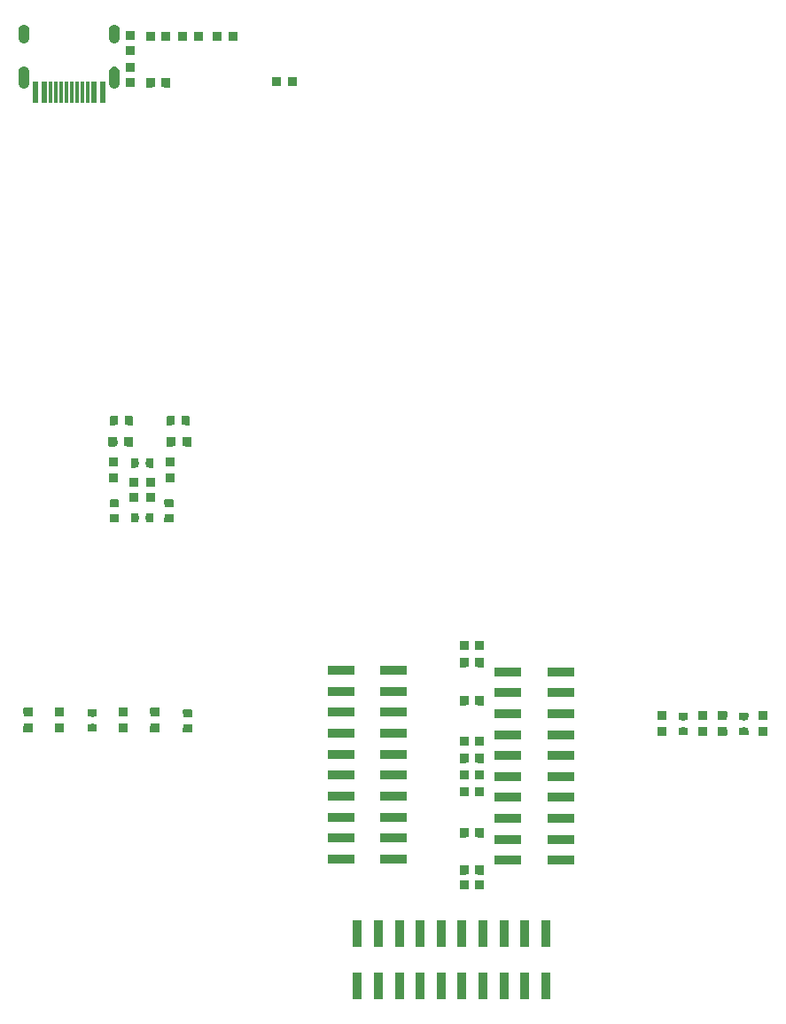
<source format=gbp>
G04*
G04 #@! TF.GenerationSoftware,Altium Limited,Altium Designer,20.2.5 (213)*
G04*
G04 Layer_Color=128*
%FSLAX24Y24*%
%MOIN*%
G70*
G04*
G04 #@! TF.SameCoordinates,94A92F66-6131-4E5E-9460-D235825817E1*
G04*
G04*
G04 #@! TF.FilePolarity,Positive*
G04*
G01*
G75*
%ADD19R,0.0340X0.0318*%
%ADD22R,0.0315X0.0354*%
%ADD23R,0.0318X0.0340*%
%ADD29R,0.0354X0.0315*%
%ADD132R,0.0320X0.0320*%
%ADD133R,0.0236X0.0800*%
%ADD134R,0.0118X0.0800*%
%ADD135R,0.1000X0.0350*%
%ADD136R,0.0350X0.1000*%
G36*
X26320Y49030D02*
Y48832D01*
X26204Y48724D01*
X26096D01*
X25980Y48832D01*
Y49030D01*
X26005Y49055D01*
X26295D01*
X26320Y49030D01*
D02*
G37*
G36*
X27655Y48995D02*
Y48705D01*
X27630Y48680D01*
X27432D01*
X27324Y48796D01*
Y48904D01*
X27432Y49020D01*
X27630D01*
X27655Y48995D01*
D02*
G37*
G36*
X27076Y48904D02*
Y48796D01*
X26968Y48680D01*
X26770D01*
X26745Y48705D01*
Y48995D01*
X26770Y49020D01*
X26968D01*
X27076Y48904D01*
D02*
G37*
G36*
X25661Y49260D02*
X25717Y49206D01*
X25747Y49135D01*
X25748Y49096D01*
Y48781D01*
X25747Y48743D01*
X25717Y48672D01*
X25661Y48617D01*
X25590Y48588D01*
X25512D01*
X25441Y48617D01*
X25386Y48672D01*
X25355Y48743D01*
X25354Y48781D01*
X25354Y49096D01*
X25354Y49096D01*
X25355Y49135D01*
X25386Y49206D01*
X25441Y49260D01*
X25512Y49290D01*
X25590D01*
X25661Y49260D01*
D02*
G37*
G36*
X22260Y49261D02*
X22315Y49206D01*
X22346Y49135D01*
X22346Y49096D01*
Y48781D01*
X22346Y48743D01*
X22315Y48671D01*
X22260Y48617D01*
X22188Y48587D01*
X22111D01*
X22039Y48617D01*
X21984Y48671D01*
X21953Y48743D01*
X21953Y48781D01*
X21953Y49096D01*
X21953Y49096D01*
X21953Y49135D01*
X21984Y49206D01*
X22039Y49261D01*
X22111Y49290D01*
X22188D01*
X22260Y49261D01*
D02*
G37*
G36*
X26320Y48368D02*
Y48170D01*
X26295Y48145D01*
X26005D01*
X25980Y48170D01*
Y48368D01*
X26096Y48476D01*
X26204D01*
X26320Y48368D01*
D02*
G37*
G36*
Y47830D02*
Y47632D01*
X26204Y47524D01*
X26096D01*
X25980Y47632D01*
Y47830D01*
X26005Y47855D01*
X26295D01*
X26320Y47830D01*
D02*
G37*
G36*
X32400Y47294D02*
Y47005D01*
X32375Y46980D01*
X32177D01*
X32069Y47095D01*
Y47204D01*
X32177Y47320D01*
X32375D01*
X32400Y47294D01*
D02*
G37*
G36*
X31821Y47204D02*
Y47095D01*
X31713Y46980D01*
X31515D01*
X31490Y47005D01*
Y47294D01*
X31515Y47320D01*
X31713D01*
X31821Y47204D01*
D02*
G37*
G36*
X26320Y47168D02*
Y46970D01*
X26295Y46945D01*
X26005D01*
X25980Y46970D01*
Y47168D01*
X26096Y47276D01*
X26204D01*
X26320Y47168D01*
D02*
G37*
G36*
X27655Y47245D02*
Y46955D01*
X27630Y46930D01*
X27432D01*
X27324Y47046D01*
Y47154D01*
X27432Y47270D01*
X27630D01*
X27655Y47245D01*
D02*
G37*
G36*
X27076Y47154D02*
Y47046D01*
X26968Y46930D01*
X26770D01*
X26745Y46955D01*
Y47245D01*
X26770Y47270D01*
X26968D01*
X27076Y47154D01*
D02*
G37*
G36*
X25661Y47686D02*
X25717Y47631D01*
X25747Y47560D01*
X25748Y47522D01*
Y47089D01*
X25747Y47050D01*
X25717Y46979D01*
X25661Y46924D01*
X25590Y46895D01*
X25512D01*
X25441Y46924D01*
X25386Y46979D01*
X25355Y47050D01*
X25354Y47089D01*
X25354Y47522D01*
X25354Y47522D01*
X25355Y47560D01*
X25386Y47631D01*
X25441Y47686D01*
X25512Y47715D01*
X25590D01*
X25661Y47686D01*
D02*
G37*
G36*
X22261Y47688D02*
X22317Y47633D01*
X22346Y47561D01*
Y47522D01*
Y47089D01*
Y47049D01*
X22317Y46977D01*
X22261Y46922D01*
X22189Y46892D01*
X22110D01*
X22038Y46922D01*
X21983Y46977D01*
X21953Y47049D01*
Y47089D01*
Y47522D01*
Y47561D01*
X21983Y47633D01*
X22038Y47688D01*
X22110Y47718D01*
X22189D01*
X22261Y47688D01*
D02*
G37*
G36*
X28374Y34545D02*
Y34255D01*
X28349Y34230D01*
X28233D01*
X28074Y34346D01*
Y34454D01*
X28233Y34570D01*
X28349D01*
X28374Y34545D01*
D02*
G37*
G36*
X27826Y34454D02*
Y34346D01*
X27667Y34230D01*
X27551D01*
X27526Y34255D01*
Y34545D01*
X27551Y34570D01*
X27667D01*
X27826Y34454D01*
D02*
G37*
G36*
X26240Y34545D02*
Y34255D01*
X26215Y34230D01*
X26098D01*
X25940Y34346D01*
Y34454D01*
X26098Y34570D01*
X26215D01*
X26240Y34545D01*
D02*
G37*
G36*
X25692Y34454D02*
Y34346D01*
X25533Y34230D01*
X25416D01*
X25391Y34255D01*
Y34545D01*
X25416Y34570D01*
X25533D01*
X25692Y34454D01*
D02*
G37*
G36*
X28433Y33745D02*
Y33455D01*
X28408Y33430D01*
X28210D01*
X28102Y33546D01*
Y33654D01*
X28210Y33770D01*
X28408D01*
X28433Y33745D01*
D02*
G37*
G36*
X27854Y33654D02*
Y33546D01*
X27746Y33430D01*
X27548D01*
X27523Y33455D01*
Y33745D01*
X27548Y33770D01*
X27746D01*
X27854Y33654D01*
D02*
G37*
G36*
X26249Y33745D02*
Y33455D01*
X26224Y33430D01*
X26026D01*
X25918Y33546D01*
Y33654D01*
X26026Y33770D01*
X26224D01*
X26249Y33745D01*
D02*
G37*
G36*
X25670Y33654D02*
Y33546D01*
X25562Y33430D01*
X25364D01*
X25338Y33455D01*
Y33745D01*
X25364Y33770D01*
X25562D01*
X25670Y33654D01*
D02*
G37*
G36*
X27810Y32984D02*
Y32786D01*
X27694Y32678D01*
X27585D01*
X27469Y32786D01*
Y32984D01*
X27495Y33010D01*
X27784D01*
X27810Y32984D01*
D02*
G37*
G36*
X25678D02*
Y32786D01*
X25563Y32678D01*
X25454D01*
X25338Y32786D01*
Y32984D01*
X25364Y33010D01*
X25653D01*
X25678Y32984D01*
D02*
G37*
G36*
X27024Y32945D02*
Y32655D01*
X26999Y32630D01*
X26883D01*
X26724Y32746D01*
Y32854D01*
X26883Y32970D01*
X26999D01*
X27024Y32945D01*
D02*
G37*
G36*
X26476Y32854D02*
Y32746D01*
X26317Y32630D01*
X26201D01*
X26176Y32655D01*
Y32945D01*
X26201Y32970D01*
X26317D01*
X26476Y32854D01*
D02*
G37*
G36*
X27810Y32322D02*
Y32124D01*
X27784Y32099D01*
X27495D01*
X27469Y32124D01*
Y32322D01*
X27585Y32430D01*
X27694D01*
X27810Y32322D01*
D02*
G37*
G36*
X25678D02*
Y32124D01*
X25653Y32099D01*
X25364D01*
X25338Y32124D01*
Y32322D01*
X25454Y32430D01*
X25563D01*
X25678Y32322D01*
D02*
G37*
G36*
X27077Y32230D02*
Y32032D01*
X26962Y31924D01*
X26853D01*
X26737Y32032D01*
Y32230D01*
X26762Y32255D01*
X27052D01*
X27077Y32230D01*
D02*
G37*
G36*
X26457D02*
Y32032D01*
X26341Y31924D01*
X26232D01*
X26117Y32032D01*
Y32230D01*
X26142Y32255D01*
X26432D01*
X26457Y32230D01*
D02*
G37*
G36*
X27077Y31568D02*
Y31370D01*
X27052Y31345D01*
X26762D01*
X26737Y31370D01*
Y31568D01*
X26853Y31676D01*
X26962D01*
X27077Y31568D01*
D02*
G37*
G36*
X26457D02*
Y31370D01*
X26432Y31345D01*
X26142D01*
X26117Y31370D01*
Y31568D01*
X26232Y31676D01*
X26341D01*
X26457Y31568D01*
D02*
G37*
G36*
X27770Y31415D02*
Y31298D01*
X27654Y31140D01*
X27546D01*
X27430Y31298D01*
Y31415D01*
X27455Y31440D01*
X27745D01*
X27770Y31415D01*
D02*
G37*
G36*
X25720D02*
Y31298D01*
X25604Y31140D01*
X25496D01*
X25380Y31298D01*
Y31415D01*
X25405Y31440D01*
X25695D01*
X25720Y31415D01*
D02*
G37*
G36*
X27770Y30733D02*
Y30616D01*
X27745Y30591D01*
X27455D01*
X27430Y30616D01*
Y30733D01*
X27546Y30892D01*
X27654D01*
X27770Y30733D01*
D02*
G37*
G36*
X25720D02*
Y30616D01*
X25695Y30591D01*
X25405D01*
X25380Y30616D01*
Y30733D01*
X25496Y30892D01*
X25604D01*
X25720Y30733D01*
D02*
G37*
G36*
X27024Y30895D02*
Y30605D01*
X26999Y30580D01*
X26883D01*
X26724Y30696D01*
Y30804D01*
X26883Y30920D01*
X26999D01*
X27024Y30895D01*
D02*
G37*
G36*
X26476Y30804D02*
Y30696D01*
X26317Y30580D01*
X26201D01*
X26176Y30605D01*
Y30895D01*
X26201Y30920D01*
X26317D01*
X26476Y30804D01*
D02*
G37*
G36*
X39455Y26095D02*
Y25805D01*
X39430Y25780D01*
X39232D01*
X39124Y25896D01*
Y26004D01*
X39232Y26120D01*
X39430D01*
X39455Y26095D01*
D02*
G37*
G36*
X38876Y26004D02*
Y25896D01*
X38768Y25780D01*
X38570D01*
X38545Y25805D01*
Y26095D01*
X38570Y26120D01*
X38768D01*
X38876Y26004D01*
D02*
G37*
G36*
X39455Y25445D02*
Y25155D01*
X39430Y25130D01*
X39232D01*
X39124Y25246D01*
Y25354D01*
X39232Y25470D01*
X39430D01*
X39455Y25445D01*
D02*
G37*
G36*
X38876Y25354D02*
Y25246D01*
X38768Y25130D01*
X38570D01*
X38545Y25155D01*
Y25445D01*
X38570Y25470D01*
X38768D01*
X38876Y25354D01*
D02*
G37*
G36*
X39455Y24014D02*
Y23724D01*
X39430Y23699D01*
X39232D01*
X39124Y23814D01*
Y23923D01*
X39232Y24039D01*
X39430D01*
X39455Y24014D01*
D02*
G37*
G36*
X38876Y23923D02*
Y23814D01*
X38768Y23699D01*
X38570D01*
X38545Y23724D01*
Y24014D01*
X38570Y24039D01*
X38768D01*
X38876Y23923D01*
D02*
G37*
G36*
X27237Y23580D02*
Y23382D01*
X27121Y23274D01*
X27012D01*
X26897Y23382D01*
Y23580D01*
X26922Y23605D01*
X27212D01*
X27237Y23580D01*
D02*
G37*
G36*
X26045D02*
Y23382D01*
X25929Y23274D01*
X25821D01*
X25705Y23382D01*
Y23580D01*
X25730Y23605D01*
X26020D01*
X26045Y23580D01*
D02*
G37*
G36*
X23662D02*
Y23382D01*
X23546Y23274D01*
X23437D01*
X23322Y23382D01*
Y23580D01*
X23347Y23605D01*
X23637D01*
X23662Y23580D01*
D02*
G37*
G36*
X22470D02*
Y23382D01*
X22354Y23274D01*
X22246D01*
X22130Y23382D01*
Y23580D01*
X22155Y23605D01*
X22445D01*
X22470Y23580D01*
D02*
G37*
G36*
X24893Y23527D02*
Y23411D01*
X24777Y23252D01*
X24668D01*
X24553Y23411D01*
Y23527D01*
X24578Y23552D01*
X24868D01*
X24893Y23527D01*
D02*
G37*
G36*
X28470Y23521D02*
Y23405D01*
X28354Y23246D01*
X28246D01*
X28130Y23405D01*
Y23521D01*
X28155Y23546D01*
X28445D01*
X28470Y23521D01*
D02*
G37*
G36*
X50120Y23452D02*
Y23254D01*
X50004Y23146D01*
X49896D01*
X49780Y23254D01*
Y23452D01*
X49805Y23477D01*
X50095D01*
X50120Y23452D01*
D02*
G37*
G36*
X48600D02*
Y23254D01*
X48484Y23146D01*
X48376D01*
X48260Y23254D01*
Y23452D01*
X48285Y23477D01*
X48575D01*
X48600Y23452D01*
D02*
G37*
G36*
X47840D02*
Y23254D01*
X47724Y23146D01*
X47616D01*
X47500Y23254D01*
Y23452D01*
X47525Y23477D01*
X47815D01*
X47840Y23452D01*
D02*
G37*
G36*
X46320D02*
Y23254D01*
X46204Y23146D01*
X46096D01*
X45980Y23254D01*
Y23452D01*
X46005Y23477D01*
X46295D01*
X46320Y23452D01*
D02*
G37*
G36*
X49400Y23399D02*
Y23283D01*
X49284Y23124D01*
X49175D01*
X49059Y23283D01*
Y23399D01*
X49085Y23424D01*
X49374D01*
X49400Y23399D01*
D02*
G37*
G36*
X47122Y23393D02*
Y23277D01*
X47006Y23118D01*
X46897D01*
X46782Y23277D01*
Y23393D01*
X46807Y23418D01*
X47096D01*
X47122Y23393D01*
D02*
G37*
G36*
X24893Y22845D02*
Y22729D01*
X24868Y22704D01*
X24578D01*
X24553Y22729D01*
Y22845D01*
X24668Y23004D01*
X24777D01*
X24893Y22845D01*
D02*
G37*
G36*
X28470Y22839D02*
Y22723D01*
X28445Y22698D01*
X28155D01*
X28130Y22723D01*
Y22839D01*
X28246Y22998D01*
X28354D01*
X28470Y22839D01*
D02*
G37*
G36*
X27237Y22918D02*
Y22720D01*
X27212Y22695D01*
X26922D01*
X26897Y22720D01*
Y22918D01*
X27012Y23026D01*
X27121D01*
X27237Y22918D01*
D02*
G37*
G36*
X26045D02*
Y22720D01*
X26020Y22695D01*
X25730D01*
X25705Y22720D01*
Y22918D01*
X25821Y23026D01*
X25929D01*
X26045Y22918D01*
D02*
G37*
G36*
X23662D02*
Y22720D01*
X23637Y22695D01*
X23347D01*
X23322Y22720D01*
Y22918D01*
X23437Y23026D01*
X23546D01*
X23662Y22918D01*
D02*
G37*
G36*
X22470D02*
Y22720D01*
X22445Y22695D01*
X22155D01*
X22130Y22720D01*
Y22918D01*
X22246Y23026D01*
X22354D01*
X22470Y22918D01*
D02*
G37*
G36*
X49400Y22717D02*
Y22601D01*
X49374Y22576D01*
X49085D01*
X49059Y22601D01*
Y22717D01*
X49175Y22876D01*
X49284D01*
X49400Y22717D01*
D02*
G37*
G36*
X47122Y22711D02*
Y22595D01*
X47096Y22570D01*
X46807D01*
X46782Y22595D01*
Y22711D01*
X46897Y22870D01*
X47006D01*
X47122Y22711D01*
D02*
G37*
G36*
X50120Y22790D02*
Y22592D01*
X50095Y22567D01*
X49805D01*
X49780Y22592D01*
Y22790D01*
X49896Y22898D01*
X50004D01*
X50120Y22790D01*
D02*
G37*
G36*
X48600D02*
Y22592D01*
X48575Y22567D01*
X48285D01*
X48260Y22592D01*
Y22790D01*
X48376Y22898D01*
X48484D01*
X48600Y22790D01*
D02*
G37*
G36*
X47840D02*
Y22592D01*
X47815Y22567D01*
X47525D01*
X47500Y22592D01*
Y22790D01*
X47616Y22898D01*
X47724D01*
X47840Y22790D01*
D02*
G37*
G36*
X46320D02*
Y22592D01*
X46295Y22567D01*
X46005D01*
X45980Y22592D01*
Y22790D01*
X46096Y22898D01*
X46204D01*
X46320Y22790D01*
D02*
G37*
G36*
X39455Y22495D02*
Y22205D01*
X39430Y22180D01*
X39232D01*
X39124Y22296D01*
Y22404D01*
X39232Y22520D01*
X39430D01*
X39455Y22495D01*
D02*
G37*
G36*
X38876Y22404D02*
Y22296D01*
X38768Y22180D01*
X38570D01*
X38545Y22205D01*
Y22495D01*
X38570Y22520D01*
X38768D01*
X38876Y22404D01*
D02*
G37*
G36*
X39455Y21845D02*
Y21555D01*
X39430Y21530D01*
X39232D01*
X39124Y21646D01*
Y21754D01*
X39232Y21870D01*
X39430D01*
X39455Y21845D01*
D02*
G37*
G36*
X38876Y21754D02*
Y21646D01*
X38768Y21530D01*
X38570D01*
X38545Y21555D01*
Y21845D01*
X38570Y21870D01*
X38768D01*
X38876Y21754D01*
D02*
G37*
G36*
X39455Y21227D02*
Y20937D01*
X39430Y20912D01*
X39232D01*
X39124Y21028D01*
Y21137D01*
X39232Y21252D01*
X39430D01*
X39455Y21227D01*
D02*
G37*
G36*
X38876Y21137D02*
Y21028D01*
X38768Y20912D01*
X38570D01*
X38545Y20937D01*
Y21227D01*
X38570Y21252D01*
X38768D01*
X38876Y21137D01*
D02*
G37*
G36*
X39455Y20595D02*
Y20305D01*
X39430Y20280D01*
X39232D01*
X39124Y20396D01*
Y20504D01*
X39232Y20620D01*
X39430D01*
X39455Y20595D01*
D02*
G37*
G36*
X38876Y20504D02*
Y20396D01*
X38768Y20280D01*
X38570D01*
X38545Y20305D01*
Y20595D01*
X38570Y20620D01*
X38768D01*
X38876Y20504D01*
D02*
G37*
G36*
X39455Y19045D02*
Y18755D01*
X39430Y18730D01*
X39232D01*
X39124Y18846D01*
Y18954D01*
X39232Y19070D01*
X39430D01*
X39455Y19045D01*
D02*
G37*
G36*
X38876Y18954D02*
Y18846D01*
X38768Y18730D01*
X38570D01*
X38545Y18755D01*
Y19045D01*
X38570Y19070D01*
X38768D01*
X38876Y18954D01*
D02*
G37*
G36*
X39455Y17645D02*
Y17355D01*
X39430Y17330D01*
X39232D01*
X39124Y17446D01*
Y17554D01*
X39232Y17670D01*
X39430D01*
X39455Y17645D01*
D02*
G37*
G36*
X38876Y17554D02*
Y17446D01*
X38768Y17330D01*
X38570D01*
X38545Y17355D01*
Y17645D01*
X38570Y17670D01*
X38768D01*
X38876Y17554D01*
D02*
G37*
G36*
X39455Y17095D02*
Y16805D01*
X39430Y16780D01*
X39232D01*
X39124Y16896D01*
Y17004D01*
X39232Y17120D01*
X39430D01*
X39455Y17095D01*
D02*
G37*
G36*
X38876Y17004D02*
Y16896D01*
X38768Y16780D01*
X38570D01*
X38545Y16805D01*
Y17095D01*
X38570Y17120D01*
X38768D01*
X38876Y17004D01*
D02*
G37*
D19*
X23492Y22853D02*
D03*
Y23447D02*
D03*
X26907Y31503D02*
D03*
Y32097D02*
D03*
X26287Y31503D02*
D03*
Y32097D02*
D03*
X27639Y32258D02*
D03*
Y32851D02*
D03*
X25508Y32258D02*
D03*
Y32851D02*
D03*
X22300Y22853D02*
D03*
Y23447D02*
D03*
X27067D02*
D03*
Y22853D02*
D03*
X25875D02*
D03*
Y23447D02*
D03*
X46150Y23318D02*
D03*
Y22725D02*
D03*
X47670Y23318D02*
D03*
Y22725D02*
D03*
X48430D02*
D03*
Y23318D02*
D03*
X49950D02*
D03*
Y22725D02*
D03*
X26150Y47697D02*
D03*
Y47103D02*
D03*
Y48303D02*
D03*
Y48897D02*
D03*
D22*
X25540Y34400D02*
D03*
X26091D02*
D03*
X27674D02*
D03*
X28226D02*
D03*
X26876Y32800D02*
D03*
X26324D02*
D03*
X26876Y30750D02*
D03*
X26324D02*
D03*
D23*
X28275Y33600D02*
D03*
X27681D02*
D03*
X26090D02*
D03*
X25497D02*
D03*
X27497Y48850D02*
D03*
X26903D02*
D03*
X27497Y47100D02*
D03*
X26903D02*
D03*
X31648Y47150D02*
D03*
X32241D02*
D03*
X38703Y16950D02*
D03*
X39297D02*
D03*
X38703Y25950D02*
D03*
X39297D02*
D03*
X38703Y21082D02*
D03*
X39297D02*
D03*
X38703Y17500D02*
D03*
X39297D02*
D03*
X38703Y18900D02*
D03*
X39297D02*
D03*
X38703Y20450D02*
D03*
X39297D02*
D03*
X38703Y25300D02*
D03*
X39297D02*
D03*
X38703Y23869D02*
D03*
X39297D02*
D03*
X38703Y22350D02*
D03*
X39297D02*
D03*
X38703Y21700D02*
D03*
X39297D02*
D03*
D29*
X27600Y30740D02*
D03*
Y31291D02*
D03*
X25550Y30740D02*
D03*
Y31291D02*
D03*
X24723Y23404D02*
D03*
Y22853D02*
D03*
X28300Y22846D02*
D03*
Y23398D02*
D03*
X46952Y23269D02*
D03*
Y22718D02*
D03*
X49229Y22724D02*
D03*
Y23276D02*
D03*
D132*
X28122Y48850D02*
D03*
X28722D02*
D03*
X29400D02*
D03*
X30000D02*
D03*
D133*
X24795Y46761D02*
D03*
X22905D02*
D03*
X25110D02*
D03*
X22590D02*
D03*
D134*
X23948D02*
D03*
X23752D02*
D03*
X24539D02*
D03*
X24342D02*
D03*
X24145D02*
D03*
X23555D02*
D03*
X23358D02*
D03*
X23161D02*
D03*
D135*
X36060Y25006D02*
D03*
Y24220D02*
D03*
Y23433D02*
D03*
Y22645D02*
D03*
Y21858D02*
D03*
Y21072D02*
D03*
Y20285D02*
D03*
Y19497D02*
D03*
Y18711D02*
D03*
Y17924D02*
D03*
X34086Y18711D02*
D03*
Y19497D02*
D03*
Y20285D02*
D03*
Y21072D02*
D03*
Y21858D02*
D03*
Y22645D02*
D03*
Y23433D02*
D03*
Y24220D02*
D03*
Y25006D02*
D03*
Y17924D02*
D03*
X40363Y17874D02*
D03*
Y18661D02*
D03*
Y19447D02*
D03*
Y20234D02*
D03*
Y21021D02*
D03*
Y21809D02*
D03*
Y22596D02*
D03*
Y23382D02*
D03*
Y24169D02*
D03*
Y24957D02*
D03*
X42337Y24169D02*
D03*
Y23382D02*
D03*
Y22596D02*
D03*
Y21809D02*
D03*
Y21021D02*
D03*
Y20234D02*
D03*
Y19447D02*
D03*
Y18661D02*
D03*
Y17874D02*
D03*
Y24957D02*
D03*
D136*
X41776Y13133D02*
D03*
X40989D02*
D03*
X40202D02*
D03*
X39416D02*
D03*
X38628D02*
D03*
X37841D02*
D03*
X37055D02*
D03*
X36267D02*
D03*
X35480D02*
D03*
X34694D02*
D03*
X35480Y15107D02*
D03*
X36267D02*
D03*
X37055D02*
D03*
X37841D02*
D03*
X38628D02*
D03*
X39416D02*
D03*
X40202D02*
D03*
X40989D02*
D03*
X41776D02*
D03*
X34694D02*
D03*
M02*

</source>
